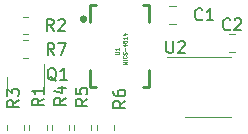
<source format=gbr>
%TF.GenerationSoftware,KiCad,Pcbnew,(6.0.0)*%
%TF.CreationDate,2022-05-15T17:50:44-05:00*%
%TF.ProjectId,MiCS_Sensor,4d694353-5f53-4656-9e73-6f722e6b6963,rev?*%
%TF.SameCoordinates,Original*%
%TF.FileFunction,Legend,Top*%
%TF.FilePolarity,Positive*%
%FSLAX46Y46*%
G04 Gerber Fmt 4.6, Leading zero omitted, Abs format (unit mm)*
G04 Created by KiCad (PCBNEW (6.0.0)) date 2022-05-15 17:50:44*
%MOMM*%
%LPD*%
G01*
G04 APERTURE LIST*
%ADD10C,0.150000*%
%ADD11C,0.050000*%
%ADD12C,0.120000*%
%ADD13C,0.254000*%
G04 APERTURE END LIST*
D10*
%TO.C,Q1*%
X151974761Y-81917619D02*
X151879523Y-81870000D01*
X151784285Y-81774761D01*
X151641428Y-81631904D01*
X151546190Y-81584285D01*
X151450952Y-81584285D01*
X151498571Y-81822380D02*
X151403333Y-81774761D01*
X151308095Y-81679523D01*
X151260476Y-81489047D01*
X151260476Y-81155714D01*
X151308095Y-80965238D01*
X151403333Y-80870000D01*
X151498571Y-80822380D01*
X151689047Y-80822380D01*
X151784285Y-80870000D01*
X151879523Y-80965238D01*
X151927142Y-81155714D01*
X151927142Y-81489047D01*
X151879523Y-81679523D01*
X151784285Y-81774761D01*
X151689047Y-81822380D01*
X151498571Y-81822380D01*
X152879523Y-81822380D02*
X152308095Y-81822380D01*
X152593809Y-81822380D02*
X152593809Y-80822380D01*
X152498571Y-80965238D01*
X152403333Y-81060476D01*
X152308095Y-81108095D01*
%TO.C,R4*%
X152812380Y-83354166D02*
X152336190Y-83687500D01*
X152812380Y-83925595D02*
X151812380Y-83925595D01*
X151812380Y-83544642D01*
X151860000Y-83449404D01*
X151907619Y-83401785D01*
X152002857Y-83354166D01*
X152145714Y-83354166D01*
X152240952Y-83401785D01*
X152288571Y-83449404D01*
X152336190Y-83544642D01*
X152336190Y-83925595D01*
X152145714Y-82497023D02*
X152812380Y-82497023D01*
X151764761Y-82735119D02*
X152479047Y-82973214D01*
X152479047Y-82354166D01*
%TO.C,C2*%
X166703333Y-77527142D02*
X166655714Y-77574761D01*
X166512857Y-77622380D01*
X166417619Y-77622380D01*
X166274761Y-77574761D01*
X166179523Y-77479523D01*
X166131904Y-77384285D01*
X166084285Y-77193809D01*
X166084285Y-77050952D01*
X166131904Y-76860476D01*
X166179523Y-76765238D01*
X166274761Y-76670000D01*
X166417619Y-76622380D01*
X166512857Y-76622380D01*
X166655714Y-76670000D01*
X166703333Y-76717619D01*
X167084285Y-76717619D02*
X167131904Y-76670000D01*
X167227142Y-76622380D01*
X167465238Y-76622380D01*
X167560476Y-76670000D01*
X167608095Y-76717619D01*
X167655714Y-76812857D01*
X167655714Y-76908095D01*
X167608095Y-77050952D01*
X167036666Y-77622380D01*
X167655714Y-77622380D01*
%TO.C,R7*%
X151813333Y-79702380D02*
X151480000Y-79226190D01*
X151241904Y-79702380D02*
X151241904Y-78702380D01*
X151622857Y-78702380D01*
X151718095Y-78750000D01*
X151765714Y-78797619D01*
X151813333Y-78892857D01*
X151813333Y-79035714D01*
X151765714Y-79130952D01*
X151718095Y-79178571D01*
X151622857Y-79226190D01*
X151241904Y-79226190D01*
X152146666Y-78702380D02*
X152813333Y-78702380D01*
X152384761Y-79702380D01*
%TO.C,C1*%
X164323333Y-76677142D02*
X164275714Y-76724761D01*
X164132857Y-76772380D01*
X164037619Y-76772380D01*
X163894761Y-76724761D01*
X163799523Y-76629523D01*
X163751904Y-76534285D01*
X163704285Y-76343809D01*
X163704285Y-76200952D01*
X163751904Y-76010476D01*
X163799523Y-75915238D01*
X163894761Y-75820000D01*
X164037619Y-75772380D01*
X164132857Y-75772380D01*
X164275714Y-75820000D01*
X164323333Y-75867619D01*
X165275714Y-76772380D02*
X164704285Y-76772380D01*
X164990000Y-76772380D02*
X164990000Y-75772380D01*
X164894761Y-75915238D01*
X164799523Y-76010476D01*
X164704285Y-76058095D01*
%TO.C,R5*%
X154612380Y-83424166D02*
X154136190Y-83757500D01*
X154612380Y-83995595D02*
X153612380Y-83995595D01*
X153612380Y-83614642D01*
X153660000Y-83519404D01*
X153707619Y-83471785D01*
X153802857Y-83424166D01*
X153945714Y-83424166D01*
X154040952Y-83471785D01*
X154088571Y-83519404D01*
X154136190Y-83614642D01*
X154136190Y-83995595D01*
X153612380Y-82519404D02*
X153612380Y-82995595D01*
X154088571Y-83043214D01*
X154040952Y-82995595D01*
X153993333Y-82900357D01*
X153993333Y-82662261D01*
X154040952Y-82567023D01*
X154088571Y-82519404D01*
X154183809Y-82471785D01*
X154421904Y-82471785D01*
X154517142Y-82519404D01*
X154564761Y-82567023D01*
X154612380Y-82662261D01*
X154612380Y-82900357D01*
X154564761Y-82995595D01*
X154517142Y-83043214D01*
D11*
%TO.C,U1*%
X156980779Y-79652455D02*
X157240362Y-79652455D01*
X157270901Y-79637185D01*
X157286171Y-79621916D01*
X157301440Y-79591376D01*
X157301440Y-79530298D01*
X157286171Y-79499759D01*
X157270901Y-79484489D01*
X157240362Y-79469220D01*
X156980779Y-79469220D01*
X157301440Y-79148559D02*
X157301440Y-79331794D01*
X157301440Y-79240176D02*
X156980779Y-79240176D01*
X157026588Y-79270715D01*
X157057127Y-79301255D01*
X157072397Y-79331794D01*
X157937087Y-80508279D02*
X157616796Y-80508279D01*
X157845575Y-80401516D01*
X157616796Y-80294752D01*
X157937087Y-80294752D01*
X157937087Y-80142233D02*
X157616796Y-80142233D01*
X157906583Y-79806690D02*
X157921835Y-79821942D01*
X157937087Y-79867697D01*
X157937087Y-79898201D01*
X157921835Y-79943957D01*
X157891331Y-79974461D01*
X157860827Y-79989713D01*
X157799819Y-80004965D01*
X157754064Y-80004965D01*
X157693056Y-79989713D01*
X157662552Y-79974461D01*
X157632048Y-79943957D01*
X157616796Y-79898201D01*
X157616796Y-79867697D01*
X157632048Y-79821942D01*
X157647300Y-79806690D01*
X157921835Y-79684674D02*
X157937087Y-79638918D01*
X157937087Y-79562658D01*
X157921835Y-79532154D01*
X157906583Y-79516903D01*
X157876079Y-79501651D01*
X157845575Y-79501651D01*
X157815071Y-79516903D01*
X157799819Y-79532154D01*
X157784568Y-79562658D01*
X157769316Y-79623666D01*
X157754064Y-79654170D01*
X157738812Y-79669422D01*
X157708308Y-79684674D01*
X157677804Y-79684674D01*
X157647300Y-79669422D01*
X157632048Y-79654170D01*
X157616796Y-79623666D01*
X157616796Y-79547406D01*
X157632048Y-79501651D01*
X157815071Y-79364383D02*
X157815071Y-79120352D01*
X157723560Y-78830565D02*
X157937087Y-78830565D01*
X157601544Y-78906824D02*
X157830323Y-78983084D01*
X157830323Y-78784809D01*
X157616796Y-78510274D02*
X157616796Y-78662793D01*
X157769316Y-78678045D01*
X157754064Y-78662793D01*
X157738812Y-78632289D01*
X157738812Y-78556030D01*
X157754064Y-78525526D01*
X157769316Y-78510274D01*
X157799819Y-78495022D01*
X157876079Y-78495022D01*
X157906583Y-78510274D01*
X157921835Y-78525526D01*
X157937087Y-78556030D01*
X157937087Y-78632289D01*
X157921835Y-78662793D01*
X157906583Y-78678045D01*
X157937087Y-78189983D02*
X157937087Y-78373006D01*
X157937087Y-78281494D02*
X157616796Y-78281494D01*
X157662552Y-78311998D01*
X157693056Y-78342502D01*
X157708308Y-78373006D01*
X157723560Y-77915448D02*
X157937087Y-77915448D01*
X157601544Y-77991707D02*
X157830323Y-78067967D01*
X157830323Y-77869692D01*
D10*
%TO.C,R1*%
X150932380Y-83406666D02*
X150456190Y-83740000D01*
X150932380Y-83978095D02*
X149932380Y-83978095D01*
X149932380Y-83597142D01*
X149980000Y-83501904D01*
X150027619Y-83454285D01*
X150122857Y-83406666D01*
X150265714Y-83406666D01*
X150360952Y-83454285D01*
X150408571Y-83501904D01*
X150456190Y-83597142D01*
X150456190Y-83978095D01*
X150932380Y-82454285D02*
X150932380Y-83025714D01*
X150932380Y-82740000D02*
X149932380Y-82740000D01*
X150075238Y-82835238D01*
X150170476Y-82930476D01*
X150218095Y-83025714D01*
%TO.C,U2*%
X161308095Y-78552380D02*
X161308095Y-79361904D01*
X161355714Y-79457142D01*
X161403333Y-79504761D01*
X161498571Y-79552380D01*
X161689047Y-79552380D01*
X161784285Y-79504761D01*
X161831904Y-79457142D01*
X161879523Y-79361904D01*
X161879523Y-78552380D01*
X162308095Y-78647619D02*
X162355714Y-78600000D01*
X162450952Y-78552380D01*
X162689047Y-78552380D01*
X162784285Y-78600000D01*
X162831904Y-78647619D01*
X162879523Y-78742857D01*
X162879523Y-78838095D01*
X162831904Y-78980952D01*
X162260476Y-79552380D01*
X162879523Y-79552380D01*
%TO.C,R2*%
X151753333Y-77682380D02*
X151420000Y-77206190D01*
X151181904Y-77682380D02*
X151181904Y-76682380D01*
X151562857Y-76682380D01*
X151658095Y-76730000D01*
X151705714Y-76777619D01*
X151753333Y-76872857D01*
X151753333Y-77015714D01*
X151705714Y-77110952D01*
X151658095Y-77158571D01*
X151562857Y-77206190D01*
X151181904Y-77206190D01*
X152134285Y-76777619D02*
X152181904Y-76730000D01*
X152277142Y-76682380D01*
X152515238Y-76682380D01*
X152610476Y-76730000D01*
X152658095Y-76777619D01*
X152705714Y-76872857D01*
X152705714Y-76968095D01*
X152658095Y-77110952D01*
X152086666Y-77682380D01*
X152705714Y-77682380D01*
%TO.C,R6*%
X157812380Y-83596666D02*
X157336190Y-83930000D01*
X157812380Y-84168095D02*
X156812380Y-84168095D01*
X156812380Y-83787142D01*
X156860000Y-83691904D01*
X156907619Y-83644285D01*
X157002857Y-83596666D01*
X157145714Y-83596666D01*
X157240952Y-83644285D01*
X157288571Y-83691904D01*
X157336190Y-83787142D01*
X157336190Y-84168095D01*
X156812380Y-82739523D02*
X156812380Y-82930000D01*
X156860000Y-83025238D01*
X156907619Y-83072857D01*
X157050476Y-83168095D01*
X157240952Y-83215714D01*
X157621904Y-83215714D01*
X157717142Y-83168095D01*
X157764761Y-83120476D01*
X157812380Y-83025238D01*
X157812380Y-82834761D01*
X157764761Y-82739523D01*
X157717142Y-82691904D01*
X157621904Y-82644285D01*
X157383809Y-82644285D01*
X157288571Y-82691904D01*
X157240952Y-82739523D01*
X157193333Y-82834761D01*
X157193333Y-83025238D01*
X157240952Y-83120476D01*
X157288571Y-83168095D01*
X157383809Y-83215714D01*
%TO.C,R3*%
X148812380Y-83536666D02*
X148336190Y-83870000D01*
X148812380Y-84108095D02*
X147812380Y-84108095D01*
X147812380Y-83727142D01*
X147860000Y-83631904D01*
X147907619Y-83584285D01*
X148002857Y-83536666D01*
X148145714Y-83536666D01*
X148240952Y-83584285D01*
X148288571Y-83631904D01*
X148336190Y-83727142D01*
X148336190Y-84108095D01*
X147812380Y-83203333D02*
X147812380Y-82584285D01*
X148193333Y-82917619D01*
X148193333Y-82774761D01*
X148240952Y-82679523D01*
X148288571Y-82631904D01*
X148383809Y-82584285D01*
X148621904Y-82584285D01*
X148717142Y-82631904D01*
X148764761Y-82679523D01*
X148812380Y-82774761D01*
X148812380Y-83060476D01*
X148764761Y-83155714D01*
X148717142Y-83203333D01*
D12*
%TO.C,Q1*%
X150931900Y-82191800D02*
X150931900Y-82841800D01*
X150931900Y-82191800D02*
X150931900Y-80516800D01*
X147811900Y-82191800D02*
X147811900Y-82841800D01*
X147811900Y-82191800D02*
X147811900Y-81541800D01*
%TO.C,R4*%
X153055000Y-85622936D02*
X153055000Y-86077064D01*
X151585000Y-85622936D02*
X151585000Y-86077064D01*
%TO.C,C2*%
X167121252Y-77975000D02*
X166598748Y-77975000D01*
X167121252Y-79445000D02*
X166598748Y-79445000D01*
%TO.C,R7*%
X149142936Y-78485000D02*
X149597064Y-78485000D01*
X149142936Y-79955000D02*
X149597064Y-79955000D01*
%TO.C,C1*%
X161558748Y-77065000D02*
X162081252Y-77065000D01*
X161558748Y-75595000D02*
X162081252Y-75595000D01*
%TO.C,R5*%
X153485000Y-85622936D02*
X153485000Y-86077064D01*
X154955000Y-85622936D02*
X154955000Y-86077064D01*
D13*
%TO.C,U1*%
X154860000Y-75450000D02*
X155360000Y-75450000D01*
X154860000Y-82450000D02*
X155360000Y-82450000D01*
X154860000Y-75450000D02*
X154860000Y-76950000D01*
X159860000Y-82450000D02*
X159860000Y-80950000D01*
X159860000Y-82450000D02*
X159360000Y-82450000D01*
X159860000Y-75450000D02*
X159860000Y-76950000D01*
X154860000Y-82450000D02*
X154860000Y-80950000D01*
X159860000Y-75450000D02*
X159360000Y-75450000D01*
X154490000Y-76680000D02*
G75*
G03*
X154490000Y-76680000I-200000J0D01*
G01*
D12*
%TO.C,R1*%
X149685000Y-85622936D02*
X149685000Y-86077064D01*
X151155000Y-85622936D02*
X151155000Y-86077064D01*
%TO.C,U2*%
X164840000Y-79880000D02*
X166790000Y-79880000D01*
X164840000Y-85000000D02*
X162890000Y-85000000D01*
X164840000Y-85000000D02*
X166790000Y-85000000D01*
X164840000Y-79880000D02*
X161390000Y-79880000D01*
%TO.C,R2*%
X149121336Y-76503800D02*
X149575464Y-76503800D01*
X149121336Y-77973800D02*
X149575464Y-77973800D01*
%TO.C,R6*%
X155385000Y-85622936D02*
X155385000Y-86077064D01*
X156855000Y-85622936D02*
X156855000Y-86077064D01*
%TO.C,R3*%
X147775000Y-85622936D02*
X147775000Y-86077064D01*
X149245000Y-85622936D02*
X149245000Y-86077064D01*
%TD*%
M02*

</source>
